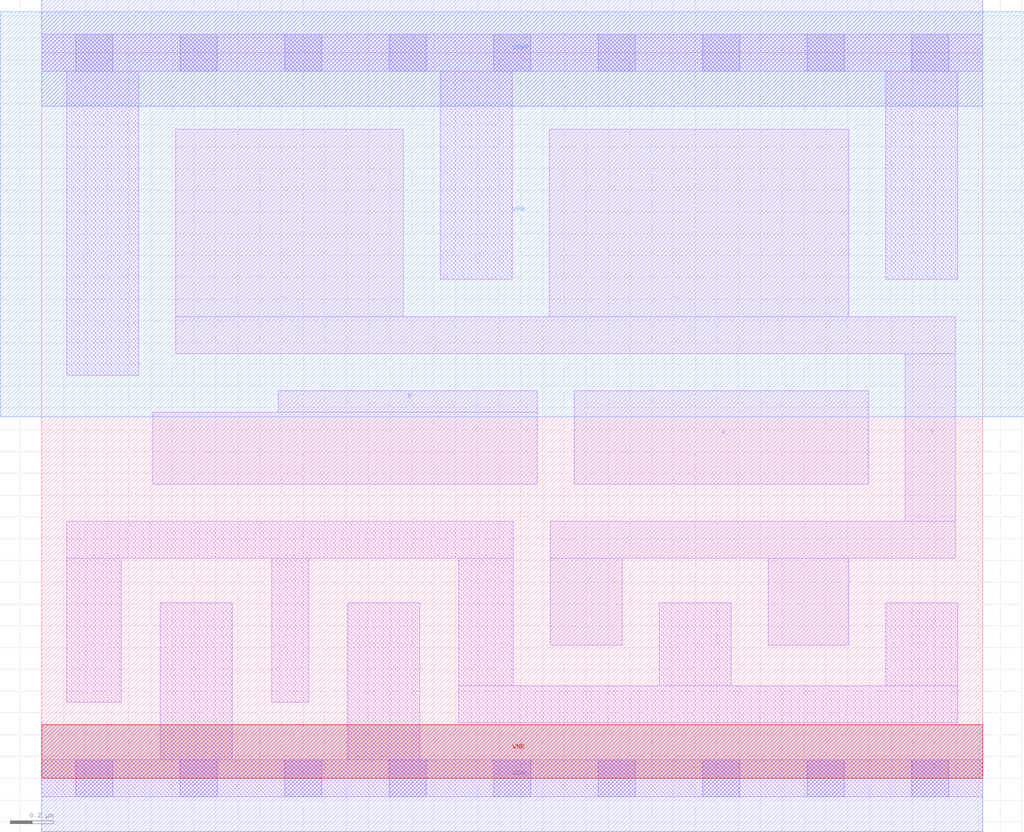
<source format=lef>
# Copyright 2020 The SkyWater PDK Authors
#
# Licensed under the Apache License, Version 2.0 (the "License");
# you may not use this file except in compliance with the License.
# You may obtain a copy of the License at
#
#     https://www.apache.org/licenses/LICENSE-2.0
#
# Unless required by applicable law or agreed to in writing, software
# distributed under the License is distributed on an "AS IS" BASIS,
# WITHOUT WARRANTIES OR CONDITIONS OF ANY KIND, either express or implied.
# See the License for the specific language governing permissions and
# limitations under the License.
#
# SPDX-License-Identifier: Apache-2.0

VERSION 5.7 ;
  NOWIREEXTENSIONATPIN ON ;
  DIVIDERCHAR "/" ;
  BUSBITCHARS "[]" ;
MACRO sky130_fd_sc_ls__nand2_4
  CLASS CORE ;
  FOREIGN sky130_fd_sc_ls__nand2_4 ;
  ORIGIN  0.000000  0.000000 ;
  SIZE  4.320000 BY  3.330000 ;
  SYMMETRY X Y ;
  SITE unit ;
  PIN A
    ANTENNAGATEAREA  0.780000 ;
    DIRECTION INPUT ;
    USE SIGNAL ;
    PORT
      LAYER li1 ;
        RECT 2.445000 1.350000 3.795000 1.780000 ;
    END
  END A
  PIN B
    ANTENNAGATEAREA  0.780000 ;
    DIRECTION INPUT ;
    USE SIGNAL ;
    PORT
      LAYER li1 ;
        RECT 0.510000 1.350000 2.275000 1.680000 ;
        RECT 1.085000 1.680000 2.275000 1.780000 ;
    END
  END B
  PIN VNB
    PORT
      LAYER pwell ;
        RECT 0.000000 0.000000 4.320000 0.245000 ;
    END
  END VNB
  PIN VPB
    PORT
      LAYER nwell ;
        RECT -0.190000 1.660000 4.510000 3.520000 ;
    END
  END VPB
  PIN Y
    ANTENNADIFFAREA  3.286100 ;
    DIRECTION OUTPUT ;
    USE SIGNAL ;
    PORT
      LAYER li1 ;
        RECT 0.615000 1.950000 4.195000 2.120000 ;
        RECT 0.615000 2.120000 1.660000 2.980000 ;
        RECT 2.330000 2.120000 3.705000 2.980000 ;
        RECT 2.335000 0.610000 2.665000 1.010000 ;
        RECT 2.335000 1.010000 4.195000 1.180000 ;
        RECT 3.335000 0.610000 3.705000 1.010000 ;
        RECT 3.965000 1.180000 4.195000 1.950000 ;
    END
  END Y
  PIN VGND
    DIRECTION INOUT ;
    SHAPE ABUTMENT ;
    USE GROUND ;
    PORT
      LAYER met1 ;
        RECT 0.000000 -0.245000 4.320000 0.245000 ;
    END
  END VGND
  PIN VPWR
    DIRECTION INOUT ;
    SHAPE ABUTMENT ;
    USE POWER ;
    PORT
      LAYER met1 ;
        RECT 0.000000 3.085000 4.320000 3.575000 ;
    END
  END VPWR
  OBS
    LAYER li1 ;
      RECT 0.000000 -0.085000 4.320000 0.085000 ;
      RECT 0.000000  3.245000 4.320000 3.415000 ;
      RECT 0.115000  0.350000 0.365000 1.010000 ;
      RECT 0.115000  1.010000 2.165000 1.180000 ;
      RECT 0.115000  1.850000 0.445000 3.245000 ;
      RECT 0.545000  0.085000 0.875000 0.805000 ;
      RECT 1.055000  0.350000 1.225000 1.010000 ;
      RECT 1.405000  0.085000 1.735000 0.805000 ;
      RECT 1.830000  2.290000 2.160000 3.245000 ;
      RECT 1.915000  0.255000 4.205000 0.425000 ;
      RECT 1.915000  0.425000 2.165000 1.010000 ;
      RECT 2.835000  0.425000 3.165000 0.805000 ;
      RECT 3.875000  0.425000 4.205000 0.805000 ;
      RECT 3.875000  2.290000 4.205000 3.245000 ;
    LAYER mcon ;
      RECT 0.155000 -0.085000 0.325000 0.085000 ;
      RECT 0.155000  3.245000 0.325000 3.415000 ;
      RECT 0.635000 -0.085000 0.805000 0.085000 ;
      RECT 0.635000  3.245000 0.805000 3.415000 ;
      RECT 1.115000 -0.085000 1.285000 0.085000 ;
      RECT 1.115000  3.245000 1.285000 3.415000 ;
      RECT 1.595000 -0.085000 1.765000 0.085000 ;
      RECT 1.595000  3.245000 1.765000 3.415000 ;
      RECT 2.075000 -0.085000 2.245000 0.085000 ;
      RECT 2.075000  3.245000 2.245000 3.415000 ;
      RECT 2.555000 -0.085000 2.725000 0.085000 ;
      RECT 2.555000  3.245000 2.725000 3.415000 ;
      RECT 3.035000 -0.085000 3.205000 0.085000 ;
      RECT 3.035000  3.245000 3.205000 3.415000 ;
      RECT 3.515000 -0.085000 3.685000 0.085000 ;
      RECT 3.515000  3.245000 3.685000 3.415000 ;
      RECT 3.995000 -0.085000 4.165000 0.085000 ;
      RECT 3.995000  3.245000 4.165000 3.415000 ;
  END
END sky130_fd_sc_ls__nand2_4
END LIBRARY

</source>
